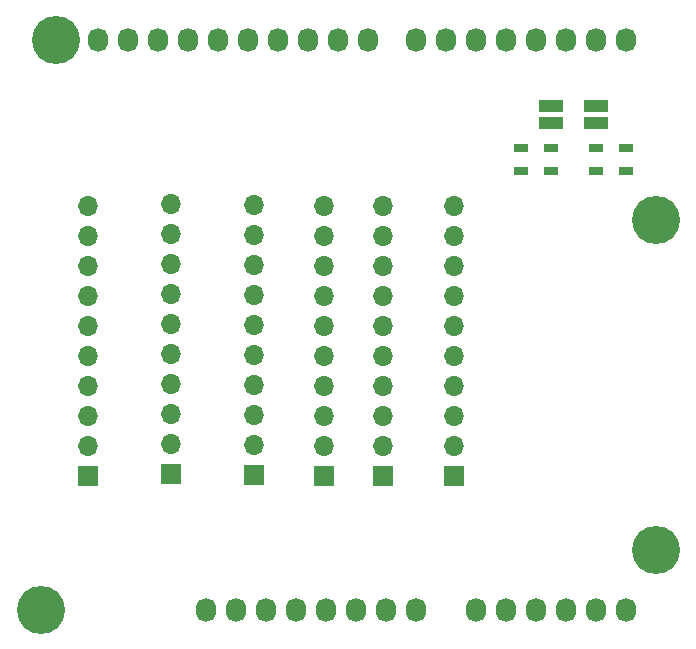
<source format=gbr>
G04 #@! TF.FileFunction,Soldermask,Top*
%FSLAX46Y46*%
G04 Gerber Fmt 4.6, Leading zero omitted, Abs format (unit mm)*
G04 Created by KiCad (PCBNEW 4.0.7) date 12/04/17 16:46:56*
%MOMM*%
%LPD*%
G01*
G04 APERTURE LIST*
%ADD10C,0.100000*%
%ADD11O,1.727200X2.032000*%
%ADD12C,4.064000*%
%ADD13R,2.000000X1.000000*%
%ADD14R,1.300000X0.700000*%
%ADD15R,1.700000X1.700000*%
%ADD16O,1.700000X1.700000*%
G04 APERTURE END LIST*
D10*
D11*
X138938000Y-123825000D03*
X141478000Y-123825000D03*
X144018000Y-123825000D03*
X146558000Y-123825000D03*
X149098000Y-123825000D03*
X151638000Y-123825000D03*
X154178000Y-123825000D03*
X156718000Y-123825000D03*
X161798000Y-123825000D03*
X164338000Y-123825000D03*
X166878000Y-123825000D03*
X169418000Y-123825000D03*
X171958000Y-123825000D03*
X174498000Y-123825000D03*
X129794000Y-75565000D03*
X132334000Y-75565000D03*
X134874000Y-75565000D03*
X137414000Y-75565000D03*
X139954000Y-75565000D03*
X142494000Y-75565000D03*
X145034000Y-75565000D03*
X147574000Y-75565000D03*
X150114000Y-75565000D03*
X152654000Y-75565000D03*
X156718000Y-75565000D03*
X159258000Y-75565000D03*
X161798000Y-75565000D03*
X164338000Y-75565000D03*
X166878000Y-75565000D03*
X169418000Y-75565000D03*
X171958000Y-75565000D03*
X174498000Y-75565000D03*
D12*
X124968000Y-123825000D03*
X177038000Y-118745000D03*
X126238000Y-75565000D03*
X177038000Y-90805000D03*
D13*
X171958000Y-81215000D03*
X171958000Y-82615000D03*
X168148000Y-81215000D03*
X168148000Y-82615000D03*
D14*
X174498000Y-86675000D03*
X174498000Y-84775000D03*
X165608000Y-84775000D03*
X165608000Y-86675000D03*
X171958000Y-84775000D03*
X171958000Y-86675000D03*
X168148000Y-84775000D03*
X168148000Y-86675000D03*
D15*
X128998000Y-112525000D03*
D16*
X128998000Y-109985000D03*
X128998000Y-107445000D03*
X128998000Y-104905000D03*
X128998000Y-102365000D03*
X128998000Y-99825000D03*
X128998000Y-97285000D03*
X128998000Y-94745000D03*
X128998000Y-92205000D03*
X128998000Y-89665000D03*
D15*
X135998000Y-112365000D03*
D16*
X135998000Y-109825000D03*
X135998000Y-107285000D03*
X135998000Y-104745000D03*
X135998000Y-102205000D03*
X135998000Y-99665000D03*
X135998000Y-97125000D03*
X135998000Y-94585000D03*
X135998000Y-92045000D03*
X135998000Y-89505000D03*
D15*
X142998000Y-112425000D03*
D16*
X142998000Y-109885000D03*
X142998000Y-107345000D03*
X142998000Y-104805000D03*
X142998000Y-102265000D03*
X142998000Y-99725000D03*
X142998000Y-97185000D03*
X142998000Y-94645000D03*
X142998000Y-92105000D03*
X142998000Y-89565000D03*
D15*
X148998000Y-112525000D03*
D16*
X148998000Y-109985000D03*
X148998000Y-107445000D03*
X148998000Y-104905000D03*
X148998000Y-102365000D03*
X148998000Y-99825000D03*
X148998000Y-97285000D03*
X148998000Y-94745000D03*
X148998000Y-92205000D03*
X148998000Y-89665000D03*
D15*
X153998000Y-112525000D03*
D16*
X153998000Y-109985000D03*
X153998000Y-107445000D03*
X153998000Y-104905000D03*
X153998000Y-102365000D03*
X153998000Y-99825000D03*
X153998000Y-97285000D03*
X153998000Y-94745000D03*
X153998000Y-92205000D03*
X153998000Y-89665000D03*
D15*
X159998000Y-112525000D03*
D16*
X159998000Y-109985000D03*
X159998000Y-107445000D03*
X159998000Y-104905000D03*
X159998000Y-102365000D03*
X159998000Y-99825000D03*
X159998000Y-97285000D03*
X159998000Y-94745000D03*
X159998000Y-92205000D03*
X159998000Y-89665000D03*
M02*

</source>
